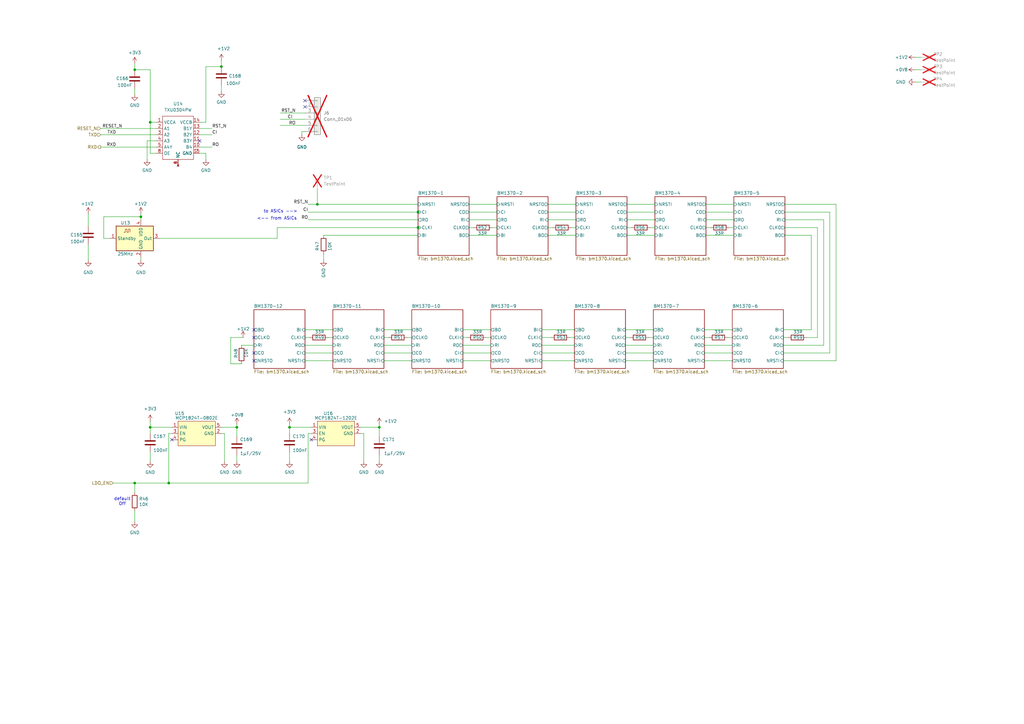
<source format=kicad_sch>
(kicad_sch (version 20250114) (generator "eeschema") (generator_version "9.0")
  (paper "A3")
  (title_block (title "PC-AXE") (company "Author: Aadhi M"))
  (lib_symbols
    (symbol "Connector:TestPoint" (pin_numbers (hide yes)) (pin_names (offset 0.762) (hide yes))
      (property "Reference" "TP" (at 0 6.858 0))
      (property "Value" "TestPoint" (at 0 5.08 0))
      (symbol "TestPoint_0_1"
        (circle (center 0 3.302) (radius 0.762))
      )
      (symbol "TestPoint_1_1"
        (pin passive line (at 0 0 90) (length 2.54) (name "1") (number "1"))
      )
    )
    (symbol "Connector_Generic:Conn_01x06" (pin_names (offset 1.016) (hide yes))
      (property "Reference" "J" (at 0 7.62 0))
      (property "Value" "Conn_01x06" (at 0 -10.16 0))
      (symbol "Conn_01x06_1_1"
        (rectangle (start -1.27 6.35) (end 1.27 -8.89) (stroke (width 0.254)) (fill (type background)))
        (rectangle (start -1.27 5.207) (end 0 4.953) (stroke (width 0.1524)))
        (rectangle (start -1.27 2.667) (end 0 2.413) (stroke (width 0.1524)))
        (rectangle (start -1.27 0.127) (end 0 -0.127) (stroke (width 0.1524)))
        (rectangle (start -1.27 -2.413) (end 0 -2.667) (stroke (width 0.1524)))
        (rectangle (start -1.27 -4.953) (end 0 -5.207) (stroke (width 0.1524)))
        (rectangle (start -1.27 -7.493) (end 0 -7.747) (stroke (width 0.1524)))
        (pin passive line (at -5.08 5.08 0) (length 3.81) (name "Pin_1") (number "1"))
        (pin passive line (at -5.08 2.54 0) (length 3.81) (name "Pin_2") (number "2"))
        (pin passive line (at -5.08 0 0) (length 3.81) (name "Pin_3") (number "3"))
        (pin passive line (at -5.08 -2.54 0) (length 3.81) (name "Pin_4") (number "4"))
        (pin passive line (at -5.08 -5.08 0) (length 3.81) (name "Pin_5") (number "5"))
        (pin passive line (at -5.08 -7.62 0) (length 3.81) (name "Pin_6") (number "6"))
      )
    )
    (symbol "Device:C" (pin_numbers (hide yes)) (pin_names (offset 0.254))
      (property "Reference" "C" (at 0.635 2.54 0))
      (property "Value" "C" (at 0.635 -2.54 0))
      (symbol "C_0_1"
        (polyline (pts (xy -2.032 0.762) (xy 2.032 0.762)) (stroke (width 0.508)))
        (polyline (pts (xy -2.032 -0.762) (xy 2.032 -0.762)) (stroke (width 0.508)))
      )
      (symbol "C_1_1"
        (pin passive line (at 0 3.81 270) (length 2.794) (name "~") (number "1"))
        (pin passive line (at 0 -3.81 90) (length 2.794) (name "~") (number "2"))
      )
    )
    (symbol "Device:R" (pin_numbers (hide yes)) (pin_names (offset 0))
      (property "Reference" "R" (at 2.032 0 90))
      (property "Value" "R" (at 0 0 90))
      (symbol "R_0_1"
        (rectangle (start -1.016 -2.54) (end 1.016 2.54) (stroke (width 0.254)))
      )
      (symbol "R_1_1"
        (pin passive line (at 0 3.81 270) (length 1.27) (name "~") (number "1"))
        (pin passive line (at 0 -3.81 90) (length 1.27) (name "~") (number "2"))
      )
    )
    (symbol "GND_2" (power) (pin_names (offset 0))
      (property "Value" "GND_2" (at 0 -3.81 0))
      (symbol "GND_2_0_1"
        (polyline (pts (xy 0 0) (xy 0 -1.27) (xy 1.27 -1.27) (xy 0 -2.54) (xy -1.27 -1.27) (xy 0 -1.27)))
      )
      (symbol "GND_2_1_1"
        (pin power_in line (at 0 0 270) (length 0) (hide yes) (name "GND") (number "1"))
      )
    )
    (symbol "GND_3" (power) (pin_names (offset 0))
      (property "Value" "GND_3" (at 0 -3.81 0))
      (symbol "GND_3_0_1"
        (polyline (pts (xy 0 0) (xy 0 -1.27) (xy 1.27 -1.27) (xy 0 -2.54) (xy -1.27 -1.27) (xy 0 -1.27)))
      )
      (symbol "GND_3_1_1"
        (pin power_in line (at 0 0 270) (length 0) (hide yes) (name "GND") (number "1"))
      )
    )
    (symbol "GND_4" (power) (pin_names (offset 0))
      (property "Value" "GND_4" (at 0 -3.81 0))
      (symbol "GND_4_0_1"
        (polyline (pts (xy 0 0) (xy 0 -1.27) (xy 1.27 -1.27) (xy 0 -2.54) (xy -1.27 -1.27) (xy 0 -1.27)))
      )
      (symbol "GND_4_1_1"
        (pin power_in line (at 0 0 270) (length 0) (hide yes) (name "GND") (number "1"))
      )
    )
    (symbol "GND_5" (power) (pin_names (offset 0))
      (property "Value" "GND_5" (at 0 -3.81 0))
      (symbol "GND_5_0_1"
        (polyline (pts (xy 0 0) (xy 0 -1.27) (xy 1.27 -1.27) (xy 0 -2.54) (xy -1.27 -1.27) (xy 0 -1.27)))
      )
      (symbol "GND_5_1_1"
        (pin power_in line (at 0 0 270) (length 0) (hide yes) (name "GND") (number "1"))
      )
    )
    (symbol "GND_8" (power) (pin_names (offset 0))
      (property "Value" "GND_8" (at 0 -3.81 0))
      (symbol "GND_8_0_1"
        (polyline (pts (xy 0 0) (xy 0 -1.27) (xy 1.27 -1.27) (xy 0 -2.54) (xy -1.27 -1.27) (xy 0 -1.27)))
      )
      (symbol "GND_8_1_1"
        (pin power_in line (at 0 0 270) (length 0) (hide yes) (name "GND") (number "1"))
      )
    )
    (symbol "MCP1824_1"
      (property "Reference" "U4" (at -6.985 6.985 0))
      (property "Value" "MCP1824T-0802E" (at 0 5.08 0))
      (symbol "MCP1824_1_0_1"
        (rectangle (start -7.62 3.81) (end 7.62 -6.35) (stroke (width 0.1524)) (fill (type background)))
      )
      (symbol "MCP1824_1_1_0"
        (pin power_in line (at -10.16 1.27 0) (length 2.54) (name "VIN") (number "1"))
        (pin input line (at -10.16 -1.27 0) (length 2.54) (name "EN") (number "3"))
        (pin bidirectional line (at -10.16 -3.81 0) (length 2.54) (name "PG") (number "4"))
        (pin power_out line (at 10.16 1.27 180) (length 2.54) (name "VOUT") (number "5"))
        (pin power_in line (at 10.16 -1.27 180) (length 2.54) (name "GND") (number "2"))
      )
    )
    (symbol "Oscillator:ASDMB-xxxMHz"
      (property "Reference" "U" (at -6.35 6.35 0))
      (property "Value" "ASDMB-xxxMHz" (at 11.43 6.35 0))
      (symbol "ASDMB-xxxMHz_1_1"
        (rectangle (start -7.62 5.08) (end 7.62 -5.08) (stroke (width 0.254)) (fill (type background)))
        (polyline (pts (xy -4.445 2.54) (xy -3.81 2.54) (xy -3.81 3.81) (xy -3.175 3.81) (xy -3.175 2.54) (xy -2.54 2.54) (xy -2.54 3.81) (xy -1.905 3.81) (xy -1.905 2.54)))
        (pin input line (at -10.16 0 0) (length 2.54) (name "Standby") (number "1"))
        (pin power_in line (at 2.54 7.62 270) (length 2.54) (name "VDD") (number "4"))
        (pin power_in line (at 2.54 -7.62 90) (length 2.54) (name "GND") (number "2"))
        (pin output line (at 10.16 0 180) (length 2.54) (name "Out") (number "3"))
      )
    )
    (symbol "bitaxe:MCP1824"
      (property "Reference" "U7" (at -3.175 6.985 0))
      (property "Value" "MCP1824T-1802E" (at 0 5.08 0))
      (symbol "MCP1824_0_1"
        (rectangle (start -7.62 3.81) (end 7.62 -6.35) (stroke (width 0.1524)) (fill (type background)))
      )
      (symbol "MCP1824_1_0"
        (pin power_in line (at -10.16 1.27 0) (length 2.54) (name "VIN") (number "1"))
        (pin input line (at -10.16 -1.27 0) (length 2.54) (name "EN") (number "3"))
        (pin bidirectional line (at -10.16 -3.81 0) (length 2.54) (name "PG") (number "4"))
        (pin power_out line (at 10.16 1.27 180) (length 2.54) (name "VOUT") (number "5"))
        (pin power_in line (at 10.16 -1.27 180) (length 2.54) (name "GND") (number "2"))
      )
    )
    (symbol "mylib7:+0V8" (power) (exclude_from_sim yes) (in_bom no) (on_board no)
      (property "Value" "+0V8" (at 0 3.175 90))
      (symbol "+0V8_0_1"
        (polyline (pts (xy -0.762 1.27) (xy 0 2.54)))
        (polyline (pts (xy 0 2.54) (xy 0.762 1.27)))
        (polyline (pts (xy 0 0) (xy 0 2.54)))
      )
      (symbol "+0V8_1_1"
        (pin power_in line (at 0 0 90) (length 0) (hide yes) (name "+0V8") (number "1"))
      )
    )
    (symbol "mylib7:TXU0304"
      (property "Reference" "U26" (at -1.27 12.7 0))
      (property "Value" "TXU0304PW" (at -1.27 10.16 0))
      (symbol "TXU0304_0_1"
        (rectangle (start -7.62 7.62) (end 5.08 -10.16))
      )
      (symbol "TXU0304_1_1"
        (pin power_in line (at -10.16 5.08 0) (length 2.54) (name "VCCA") (number "1"))
        (pin input line (at -10.16 2.54 0) (length 2.54) (name "A1") (number "2"))
        (pin input line (at -10.16 0 0) (length 2.54) (name "A2") (number "3"))
        (pin input line (at -10.16 -2.54 0) (length 2.54) (name "A3") (number "4"))
        (pin output line (at -10.16 -5.08 0) (length 2.54) (name "A4Y") (number "5"))
        (pin input line (at -10.16 -7.62 0) (length 2.54) (name "OE") (number "8"))
        (pin no_connect line (at -1.27 -12.7 90) (length 2.54) (name "NC") (number "6"))
        (pin no_connect line (at -1.27 -12.7 90) (length 2.54) (name "NC") (number "9"))
        (pin power_in line (at 7.62 5.08 180) (length 2.54) (name "VCCB") (number "14"))
        (pin output line (at 7.62 2.54 180) (length 2.54) (name "B1Y") (number "13"))
        (pin output line (at 7.62 0 180) (length 2.54) (name "B2Y") (number "12"))
        (pin output line (at 7.62 -2.54 180) (length 2.54) (name "B3Y") (number "11"))
        (pin input line (at 7.62 -5.08 180) (length 2.54) (name "B4") (number "10"))
        (pin passive line (at 7.62 -7.62 180) (length 2.54) (name "GND") (number "15"))
        (pin passive line (at 7.62 -7.62 180) (length 2.54) (name "GND") (number "7"))
      )
    )
    (symbol "power:+1V2" (power) (pin_numbers (hide yes)) (pin_names (offset 0) (hide yes))
      (property "Value" "+1V2" (at 0 3.556 0))
      (symbol "+1V2_0_1"
        (polyline (pts (xy -0.762 1.27) (xy 0 2.54)))
        (polyline (pts (xy 0 2.54) (xy 0.762 1.27)))
        (polyline (pts (xy 0 0) (xy 0 2.54)))
      )
      (symbol "+1V2_1_1"
        (pin power_in line (at 0 0 90) (length 0) (name "~") (number "1"))
      )
    )
    (symbol "power:+3V3" (power) (pin_names (offset 0))
      (property "Value" "+3V3" (at 0 3.556 0))
      (symbol "+3V3_0_1"
        (polyline (pts (xy -0.762 1.27) (xy 0 2.54)))
        (polyline (pts (xy 0 2.54) (xy 0.762 1.27)))
        (polyline (pts (xy 0 0) (xy 0 2.54)))
      )
      (symbol "+3V3_1_1"
        (pin power_in line (at 0 0 90) (length 0) (hide yes) (name "+3V3") (number "1"))
      )
    )
    (symbol "power:GND" (power) (pin_names (offset 0))
      (property "Value" "GND" (at 0 -3.81 0))
      (symbol "GND_0_1"
        (polyline (pts (xy 0 0) (xy 0 -1.27) (xy 1.27 -1.27) (xy 0 -2.54) (xy -1.27 -1.27) (xy 0 -1.27)))
      )
      (symbol "GND_1_1"
        (pin power_in line (at 0 0 270) (length 0) (hide yes) (name "GND") (number "1"))
      )
    )
  )
  (text "default\nOff" (at 50.165 205.74 0) (effects (font (size 1.27 1.27))))
  (text "<-- from ASICs" (at 121.793 89.662 0) (effects (font (size 1.27 1.27)) (justify right)))
  (text "to ASICs -->" (at 108.077 86.741 0) (effects (font (size 1.27 1.27)) (justify left)))
  (junction (at 97.155 175.26) (diameter 0.9144))
  (junction (at 61.595 175.26) (diameter 0.9144))
  (junction (at 55.245 28.575))
  (junction (at 118.745 175.26) (diameter 0.9144))
  (junction (at 69.215 198.12))
  (junction (at 61.595 50.165))
  (junction (at 57.785 88.9))
  (junction (at 130.175 83.82))
  (junction (at 55.245 198.12))
  (junction (at 90.805 27.305))
  (junction (at 171.45 93.345))
  (junction (at 171.45 86.995))
  (junction (at 155.575 175.26))
  (no_connect (at 104.14 135.255))
  (no_connect (at 125.095 41.275))
  (no_connect (at 125.095 43.815))
  (no_connect (at 127.635 180.34))
  (no_connect (at 104.14 138.43))
  (no_connect (at 81.915 57.785))
  (no_connect (at 104.14 147.955))
  (no_connect (at 104.14 144.78))
  (no_connect (at 70.485 180.34))
  (wire (pts (xy 55.245 36.195) (xy 55.245 38.735)))
  (wire (pts (xy 136.525 141.605) (xy 125.095 141.605)))
  (wire (pts (xy 94.615 149.225) (xy 94.615 138.43)))
  (wire (pts (xy 257.175 83.82) (xy 268.605 83.82)))
  (wire (pts (xy 222.25 147.955) (xy 235.585 147.955)))
  (wire (pts (xy 118.745 173.99) (xy 118.745 175.26)))
  (wire (pts (xy 234.315 93.345) (xy 236.22 93.345)))
  (wire (pts (xy 222.25 138.43) (xy 226.06 138.43)))
  (wire (pts (xy 289.56 90.17) (xy 300.99 90.17)))
  (wire (pts (xy 90.805 24.765) (xy 90.805 27.305)))
  (wire (pts (xy 61.595 172.72) (xy 61.595 175.26)))
  (wire (pts (xy 330.835 138.43) (xy 335.28 138.43)))
  (wire (pts (xy 127 138.43) (xy 125.095 138.43)))
  (wire (pts (xy 114.935 51.435) (xy 125.095 51.435)))
  (wire (pts (xy 57.785 88.9) (xy 57.785 90.17)))
  (wire (pts (xy 61.595 50.165) (xy 64.135 50.165)))
  (wire (pts (xy 42.545 97.79) (xy 45.085 97.79)))
  (wire (pts (xy 192.405 90.17) (xy 203.835 90.17)))
  (wire (pts (xy 84.455 27.305) (xy 90.805 27.305)))
  (wire (pts (xy 114.935 46.355) (xy 125.095 46.355)))
  (wire (pts (xy 192.405 96.52) (xy 203.835 96.52)))
  (wire (pts (xy 224.79 86.995) (xy 236.22 86.995)))
  (wire (pts (xy 97.155 186.69) (xy 97.155 189.23)))
  (wire (pts (xy 99.06 141.605) (xy 104.14 141.605)))
  (wire (pts (xy 375.285 28.575) (xy 377.825 28.575)))
  (wire (pts (xy 132.715 104.14) (xy 132.715 106.68)))
  (wire (pts (xy 97.155 173.99) (xy 97.155 175.26)))
  (wire (pts (xy 224.79 96.52) (xy 236.22 96.52)))
  (wire (pts (xy 335.28 93.345) (xy 335.28 138.43)))
  (wire (pts (xy 192.405 93.345) (xy 194.31 93.345)))
  (wire (pts (xy 136.525 147.955) (xy 125.095 147.955)))
  (wire (pts (xy 267.97 135.255) (xy 256.54 135.255)))
  (wire (pts (xy 113.665 93.345) (xy 171.45 93.345)))
  (wire (pts (xy 290.83 138.43) (xy 288.925 138.43)))
  (wire (pts (xy 192.405 86.995) (xy 203.835 86.995)))
  (wire (pts (xy 189.865 141.605) (xy 201.295 141.605)))
  (wire (pts (xy 149.225 177.8) (xy 149.225 189.23)))
  (wire (pts (xy 84.455 27.305) (xy 84.455 50.165)))
  (wire (pts (xy 55.245 26.035) (xy 55.245 28.575)))
  (wire (pts (xy 130.175 77.47) (xy 130.175 83.82)))
  (wire (pts (xy 340.36 86.995) (xy 340.36 144.78)))
  (wire (pts (xy 118.745 185.42) (xy 118.745 189.23)))
  (wire (pts (xy 267.97 141.605) (xy 256.54 141.605)))
  (wire (pts (xy 130.175 83.82) (xy 171.45 83.82)))
  (wire (pts (xy 64.135 62.865) (xy 61.595 62.865)))
  (wire (pts (xy 41.275 55.245) (xy 64.135 55.245)))
  (wire (pts (xy 86.995 55.245) (xy 81.915 55.245)))
  (wire (pts (xy 57.785 105.41) (xy 57.785 106.68)))
  (wire (pts (xy 42.545 88.9) (xy 42.545 97.79)))
  (wire (pts (xy 81.915 62.865) (xy 84.455 62.865)))
  (wire (pts (xy 55.245 198.12) (xy 55.245 201.93)))
  (wire (pts (xy 60.325 65.405) (xy 60.325 57.785)))
  (wire (pts (xy 189.865 135.255) (xy 201.295 135.255)))
  (wire (pts (xy 86.995 60.325) (xy 81.915 60.325)))
  (wire (pts (xy 136.525 144.78) (xy 125.095 144.78)))
  (wire (pts (xy 222.25 144.78) (xy 235.585 144.78)))
  (wire (pts (xy 189.865 147.955) (xy 201.295 147.955)))
  (wire (pts (xy 65.405 97.79) (xy 113.665 97.79)))
  (wire (pts (xy 84.455 50.165) (xy 81.915 50.165)))
  (wire (pts (xy 70.485 177.8) (xy 69.215 177.8)))
  (wire (pts (xy 299.085 93.345) (xy 300.99 93.345)))
  (wire (pts (xy 321.31 141.605) (xy 337.82 141.605)))
  (wire (pts (xy 126.365 177.8) (xy 126.365 198.12)))
  (wire (pts (xy 171.45 86.995) (xy 172.085 86.995)))
  (wire (pts (xy 94.615 149.225) (xy 99.06 149.225)))
  (wire (pts (xy 321.31 147.955) (xy 342.9 147.955)))
  (wire (pts (xy 300.355 147.955) (xy 288.925 147.955)))
  (wire (pts (xy 55.245 209.55) (xy 55.245 213.995)))
  (wire (pts (xy 92.075 177.8) (xy 92.075 189.23)))
  (wire (pts (xy 41.275 52.705) (xy 64.135 52.705)))
  (wire (pts (xy 168.91 144.78) (xy 157.48 144.78)))
  (wire (pts (xy 267.97 147.955) (xy 256.54 147.955)))
  (wire (pts (xy 375.285 33.655) (xy 377.825 33.655)))
  (wire (pts (xy 126.365 86.995) (xy 171.45 86.995)))
  (wire (pts (xy 235.585 138.43) (xy 233.68 138.43)))
  (wire (pts (xy 337.82 90.17) (xy 337.82 141.605)))
  (wire (pts (xy 61.595 28.575) (xy 55.245 28.575)))
  (wire (pts (xy 61.595 28.575) (xy 61.595 50.165)))
  (wire (pts (xy 300.355 144.78) (xy 288.925 144.78)))
  (wire (pts (xy 86.995 52.705) (xy 81.915 52.705)))
  (wire (pts (xy 300.355 141.605) (xy 288.925 141.605)))
  (wire (pts (xy 41.275 60.325) (xy 64.135 60.325)))
  (wire (pts (xy 342.9 83.82) (xy 321.945 83.82)))
  (wire (pts (xy 60.325 57.785) (xy 64.135 57.785)))
  (wire (pts (xy 55.245 198.12) (xy 69.215 198.12)))
  (wire (pts (xy 332.74 96.52) (xy 332.74 135.255)))
  (wire (pts (xy 257.175 93.345) (xy 259.08 93.345)))
  (wire (pts (xy 46.355 198.12) (xy 55.245 198.12)))
  (wire (pts (xy 321.31 144.78) (xy 340.36 144.78)))
  (wire (pts (xy 118.745 175.26) (xy 118.745 177.8)))
  (wire (pts (xy 257.175 96.52) (xy 268.605 96.52)))
  (wire (pts (xy 147.955 175.26) (xy 155.575 175.26)))
  (wire (pts (xy 342.9 83.82) (xy 342.9 147.955)))
  (wire (pts (xy 57.785 87.63) (xy 57.785 88.9)))
  (wire (pts (xy 123.825 55.245) (xy 123.825 53.975)))
  (wire (pts (xy 289.56 96.52) (xy 300.99 96.52)))
  (wire (pts (xy 90.805 175.26) (xy 97.155 175.26)))
  (wire (pts (xy 69.215 198.12) (xy 126.365 198.12)))
  (wire (pts (xy 289.56 86.995) (xy 300.99 86.995)))
  (wire (pts (xy 337.82 90.17) (xy 321.945 90.17)))
  (wire (pts (xy 136.525 138.43) (xy 134.62 138.43)))
  (wire (pts (xy 332.74 135.255) (xy 321.31 135.255)))
  (wire (pts (xy 114.935 48.895) (xy 125.095 48.895)))
  (wire (pts (xy 123.825 53.975) (xy 125.095 53.975)))
  (wire (pts (xy 36.195 100.33) (xy 36.195 106.68)))
  (wire (pts (xy 92.075 177.8) (xy 90.805 177.8)))
  (wire (pts (xy 61.595 175.26) (xy 70.485 175.26)))
  (wire (pts (xy 61.595 175.26) (xy 61.595 177.8)))
  (wire (pts (xy 36.195 87.63) (xy 36.195 92.71)))
  (wire (pts (xy 84.455 62.865) (xy 84.455 65.405)))
  (wire (pts (xy 300.355 135.255) (xy 288.925 135.255)))
  (wire (pts (xy 289.56 83.82) (xy 300.99 83.82)))
  (wire (pts (xy 257.175 90.17) (xy 268.605 90.17)))
  (wire (pts (xy 189.865 144.78) (xy 201.295 144.78)))
  (wire (pts (xy 171.45 93.345) (xy 172.085 93.345)))
  (wire (pts (xy 335.28 93.345) (xy 321.945 93.345)))
  (wire (pts (xy 267.97 144.78) (xy 256.54 144.78)))
  (wire (pts (xy 201.295 138.43) (xy 199.39 138.43)))
  (wire (pts (xy 61.595 185.42) (xy 61.595 189.23)))
  (wire (pts (xy 94.615 138.43) (xy 99.695 138.43)))
  (wire (pts (xy 168.91 141.605) (xy 157.48 141.605)))
  (wire (pts (xy 168.91 138.43) (xy 167.005 138.43)))
  (wire (pts (xy 224.79 83.82) (xy 236.22 83.82)))
  (wire (pts (xy 159.385 138.43) (xy 157.48 138.43)))
  (wire (pts (xy 222.25 141.605) (xy 235.585 141.605)))
  (wire (pts (xy 168.91 135.255) (xy 157.48 135.255)))
  (wire (pts (xy 201.93 93.345) (xy 203.835 93.345)))
  (wire (pts (xy 118.745 175.26) (xy 127.635 175.26)))
  (wire (pts (xy 332.74 96.52) (xy 321.945 96.52)))
  (wire (pts (xy 113.665 97.79) (xy 113.665 93.345)))
  (wire (pts (xy 155.575 173.99) (xy 155.575 175.26)))
  (wire (pts (xy 192.405 83.82) (xy 203.835 83.82)))
  (wire (pts (xy 126.365 83.82) (xy 130.175 83.82)))
  (wire (pts (xy 340.36 86.995) (xy 321.945 86.995)))
  (wire (pts (xy 266.7 93.345) (xy 268.605 93.345)))
  (wire (pts (xy 132.715 96.52) (xy 171.45 96.52)))
  (wire (pts (xy 57.785 88.9) (xy 42.545 88.9)))
  (wire (pts (xy 126.365 90.17) (xy 171.45 90.17)))
  (wire (pts (xy 258.445 138.43) (xy 256.54 138.43)))
  (wire (pts (xy 375.285 23.495) (xy 377.825 23.495)))
  (wire (pts (xy 289.56 93.345) (xy 291.465 93.345)))
  (wire (pts (xy 323.215 138.43) (xy 321.31 138.43)))
  (wire (pts (xy 69.215 177.8) (xy 69.215 198.12)))
  (wire (pts (xy 189.865 138.43) (xy 191.77 138.43)))
  (wire (pts (xy 136.525 135.255) (xy 125.095 135.255)))
  (wire (pts (xy 267.97 138.43) (xy 266.065 138.43)))
  (wire (pts (xy 97.155 175.26) (xy 97.155 179.07)))
  (wire (pts (xy 168.91 147.955) (xy 157.48 147.955)))
  (wire (pts (xy 222.25 135.255) (xy 235.585 135.255)))
  (wire (pts (xy 61.595 62.865) (xy 61.595 50.165)))
  (wire (pts (xy 224.79 93.345) (xy 226.695 93.345)))
  (wire (pts (xy 300.355 138.43) (xy 298.45 138.43)))
  (wire (pts (xy 155.575 175.26) (xy 155.575 179.07)))
  (wire (pts (xy 90.805 34.925) (xy 90.805 37.465)))
  (wire (pts (xy 257.175 86.995) (xy 268.605 86.995)))
  (wire (pts (xy 126.365 177.8) (xy 127.635 177.8)))
  (wire (pts (xy 149.225 177.8) (xy 147.955 177.8)))
  (wire (pts (xy 155.575 186.69) (xy 155.575 189.23)))
  (wire (pts (xy 224.79 90.17) (xy 236.22 90.17)))
  (label "RO" (at 121.285 51.435 180))
  (label "RST_N" (at 126.365 83.82 180))
  (label "RO" (at 126.365 90.17 180))
  (label "CI" (at 126.365 86.995 180))
  (label "RESET_N" (at 50.165 52.705 180))
  (label "TXD" (at 47.625 55.245 180))
  (label "CI" (at 86.995 55.245 0))
  (label "RST_N" (at 86.995 52.705 0))
  (label "RST_N" (at 121.285 46.355 180))
  (label "CI" (at 120.015 48.895 180))
  (label "RO" (at 86.995 60.325 0))
  (label "RXD" (at 47.625 60.325 180))
  (hierarchical_label "LDO_EN" (shape input) (at 46.355 198.12 180))
  (hierarchical_label "TXD" (shape input) (at 41.275 55.245 180))
  (hierarchical_label "RXD" (shape output) (at 41.275 60.325 180))
  (hierarchical_label "RESET_N" (shape input) (at 41.275 52.705 180))
  (symbol (lib_id "Oscillator:ASDMB-xxxMHz") (at 55.245 97.79 0) (unit 1)
    (property "Reference" "U13" (at 51.435 91.44 0))
    (property "Value" "25MHz" (at 51.435 104.14 0))
    (property "Footprint" "Oscillator:Oscillator_SMD_EuroQuartz_XO32-4Pin_3.2x2.5mm" (effects (hide yes)))
    (property "Datasheet" "https://portal.iqdfrequencyproducts.com/products/pn/LFSPXO076024Reel.pdf" (effects (hide yes)))
    (property "P/N DIGIKEY" "1923-1664-1-ND" (effects (hide yes)))
    (property "Manufacturer" "LFSPXO076024Reel" (effects (hide yes)))
    (property "P/N MOUSER" "449-LFSPXO076024REEL" (effects (hide yes)))
  )
  (symbol (lib_id "Device:R") (at 55.245 205.74 0) (unit 1)
    (property "Reference" "R46" (at 57.023 204.5716 0) (effects (justify left)))
    (property "Value" "10K" (at 57.023 206.883 0) (effects (justify left)))
    (property "Footprint" "Resistor_SMD:R_0805_2012Metric" (effects (hide yes)))
    (property "Manufacturer" "CRGCQ0805F10K" (effects (hide yes)))
    (property "P/N MOUSER" "279-CRGCQ0805F10K" (effects (hide yes)))
  )
  (symbol (lib_id "Connector:TestPoint") (at 377.825 23.495 270) (unit 1) (dnp yes)
    (property "Reference" "TP2" (at 382.905 22.2249 90) (effects (justify left)))
    (property "Value" "TestPoint" (at 382.905 24.7649 90) (effects (justify left)))
    (property "Footprint" "TestPoint:TestPoint_Pad_D1.0mm" (effects (hide yes)))
    (property "Description" "test point" (effects (hide yes)))
  )
  (symbol (lib_id "Device:R") (at 195.58 138.43 270) (mirror x) (unit 1)
    (property "Reference" "R50" (at 195.834 138.43 90))
    (property "Value" "33R" (at 195.834 136.144 90))
    (property "Footprint" "Resistor_SMD:R_0402_1005Metric_Pad0.72x0.64mm_HandSolder" (effects (hide yes)))
    (property "Manufacturer" "CR0402-FX-33R0GLF" (effects (hide yes)))
    (property "P/N MOUSER" "652-CR0402FX-33R0GLF" (effects (hide yes)))
  )
  (symbol (lib_id "Connector_Generic:Conn_01x06") (at 130.175 46.355 0) (unit 1) (in_bom no) (dnp yes)
    (property "Reference" "J6" (at 132.715 46.355 0) (effects (justify left)))
    (property "Value" "Conn_01x06" (at 132.715 48.895 0) (effects (justify left)))
    (property "Footprint" "Connector_PinHeader_1.27mm:PinHeader_1x06_P1.27mm_Vertical" (effects (hide yes)))
  )
  (symbol (lib_id "Device:R") (at 99.06 145.415 0) (unit 1)
    (property "Reference" "R48" (at 96.774 144.907 90))
    (property "Value" "10K" (at 100.965 144.78 90))
    (property "Footprint" "Resistor_SMD:R_0805_2012Metric" (effects (hide yes)))
    (property "Manufacturer" "CRGCQ0805F10K" (effects (hide yes)))
    (property "P/N MOUSER" "279-CRGCQ0805F10K" (effects (hide yes)))
  )
  (symbol (lib_name "GND_2") (lib_id "power:GND") (at 36.195 106.68 0) (unit 1)
    (property "Reference" "#PWR0180" (effects (hide yes)))
    (property "Value" "GND" (at 36.195 111.76 0))
  )
  (symbol (lib_name "MCP1824_1") (lib_id "bitaxe:MCP1824") (at 80.645 176.53 0) (unit 1)
    (property "Reference" "U15" (at 73.66 169.545 0))
    (property "Value" "MCP1824T-0802E" (at 80.645 171.45 0))
    (property "Footprint" "Package_TO_SOT_SMD:SOT-23-5" (effects (hide yes)))
    (property "Datasheet" "https://ww1.microchip.com/downloads/en/DeviceDoc/22070a.pdf" (effects (hide yes)))
    (property "Manufacturer" "MCP1824T-0802E/OT" (effects (hide yes)))
    (property "P/N DIGIKEY" "MCP1824T-0802E/OTCT-ND" (effects (hide yes)))
    (property "P/N MOUSER" "579-MCP1824T-0802EOT" (effects (hide yes)))
  )
  (symbol (lib_name "GND_5") (lib_id "power:GND") (at 84.455 65.405 0) (mirror y) (unit 1)
    (property "Reference" "#PWR0189" (effects (hide yes)))
    (property "Value" "GND" (at 84.455 69.85 0))
  )
  (symbol (lib_id "Device:C") (at 97.155 182.88 0) (unit 1)
    (property "Reference" "C169" (at 98.425 180.975 0) (effects (justify left bottom)))
    (property "Value" "1µF/25V" (at 98.425 186.69 0) (effects (justify left bottom)))
    (property "Footprint" "Capacitor_SMD:C_0805_2012Metric" (effects (hide yes)))
    (property "Manufacturer" "CL21B105KAFNNNE" (effects (hide yes)))
    (property "P/N MOUSER" "187-CL21B105KAFNNNE" (effects (hide yes)))
  )
  (symbol (lib_id "Connector:TestPoint") (at 377.825 33.655 270) (unit 1) (dnp yes)
    (property "Reference" "TP4" (at 382.905 32.3849 90) (effects (justify left)))
    (property "Value" "TestPoint" (at 382.905 34.9249 90) (effects (justify left)))
    (property "Footprint" "TestPoint:TestPoint_Pad_D1.0mm" (effects (hide yes)))
    (property "Description" "test point" (effects (hide yes)))
  )
  (symbol (lib_id "Device:R") (at 327.025 138.43 270) (mirror x) (unit 1)
    (property "Reference" "R59" (at 327.279 138.43 90))
    (property "Value" "33R" (at 327.279 136.144 90))
    (property "Footprint" "Resistor_SMD:R_0402_1005Metric_Pad0.72x0.64mm_HandSolder" (effects (hide yes)))
    (property "Manufacturer" "CR0402-FX-33R0GLF" (effects (hide yes)))
    (property "P/N MOUSER" "652-CR0402FX-33R0GLF" (effects (hide yes)))
  )
  (symbol (lib_id "Device:C") (at 55.245 32.385 0) (unit 1)
    (property "Reference" "C166" (at 47.625 32.893 0) (effects (justify left bottom)))
    (property "Value" "100nF" (at 48.133 35.687 0) (effects (justify left bottom)))
    (property "Footprint" "Capacitor_SMD:C_0805_2012Metric" (effects (hide yes)))
    (property "Manufacturer" "0805B104M101CT" (effects (hide yes)))
    (property "P/N DIGIKEY" "311-3037-1-ND" (effects (hide yes)))
    (property "P/N MOUSER" "791-0805B104M101CT" (effects (hide yes)))
  )
  (symbol (lib_name "GND_5") (lib_id "power:GND") (at 60.325 65.405 0) (mirror y) (unit 1)
    (property "Reference" "#PWR0186" (effects (hide yes)))
    (property "Value" "GND" (at 60.325 69.85 0))
  )
  (symbol (lib_name "GND_4") (lib_id "power:GND") (at 132.715 106.68 0) (unit 1)
    (property "Reference" "#PWR0197" (effects (hide yes)))
    (property "Value" "GND" (at 132.715 109.855 90) (effects (justify right)))
  )
  (symbol (lib_id "power:+1V2") (at 57.785 87.63 0) (unit 1)
    (property "Reference" "#PWR0184" (effects (hide yes)))
    (property "Value" "+1V2" (at 54.991 83.566 0) (effects (justify left)))
    (property "Description" "Power symbol creates a global label with name \"+1V2\"" (effects (hide yes)))
  )
  (symbol (lib_id "power:GND") (at 55.245 38.735 0) (mirror y) (unit 1)
    (property "Reference" "#PWR0182" (effects (hide yes)))
    (property "Value" "GND" (at 55.245 43.18 0))
  )
  (symbol (lib_id "power:GND") (at 61.595 189.23 0) (mirror y) (unit 1)
    (property "Reference" "#PWR0188" (effects (hide yes)))
    (property "Value" "GND" (at 61.595 193.675 0))
  )
  (symbol (lib_id "power:+1V2") (at 90.805 24.765 0) (unit 1)
    (property "Reference" "#PWR0190" (effects (hide yes)))
    (property "Value" "+1V2" (at 89.027 19.939 0) (effects (justify left)))
    (property "Description" "Power symbol creates a global label with name \"+1V2\"" (effects (hide yes)))
  )
  (symbol (lib_id "Device:C") (at 61.595 181.61 0) (unit 1)
    (property "Reference" "C167" (at 62.865 179.705 0) (effects (justify left bottom)))
    (property "Value" "100nF" (at 62.865 185.42 0) (effects (justify left bottom)))
    (property "Footprint" "Capacitor_SMD:C_0805_2012Metric" (effects (hide yes)))
    (property "Manufacturer" "0805B104M101CT" (effects (hide yes)))
    (property "P/N DIGIKEY" "311-3037-1-ND" (effects (hide yes)))
    (property "P/N MOUSER" "791-0805B104M101CT" (effects (hide yes)))
  )
  (symbol (lib_id "power:+1V2") (at 36.195 87.63 0) (unit 1)
    (property "Reference" "#PWR0179" (effects (hide yes)))
    (property "Value" "+1V2" (at 33.147 83.566 0) (effects (justify left)))
    (property "Description" "Power symbol creates a global label with name \"+1V2\"" (effects (hide yes)))
  )
  (symbol (lib_id "power:+1V2") (at 155.575 173.99 0) (unit 1)
    (property "Reference" "#PWR0200" (effects (hide yes)))
    (property "Value" "+1V2" (at 157.48 172.7199 0) (effects (justify left)))
    (property "Description" "Power symbol creates a global label with name \"+1V2\"" (effects (hide yes)))
  )
  (symbol (lib_id "Device:C") (at 155.575 182.88 0) (unit 1)
    (property "Reference" "C171" (at 156.845 180.975 0) (effects (justify left bottom)))
    (property "Value" "1µF/25V" (at 157.48 186.69 0) (effects (justify left bottom)))
    (property "Footprint" "Capacitor_SMD:C_0805_2012Metric" (effects (hide yes)))
    (property "Manufacturer" "CL21B105KAFNNNE" (effects (hide yes)))
    (property "P/N MOUSER" "187-CL21B105KAFNNNE" (effects (hide yes)))
  )
  (symbol (lib_id "Device:R") (at 132.715 100.33 180) (unit 1)
    (property "Reference" "R47" (at 130.175 100.965 90))
    (property "Value" "10K" (at 135.255 100.965 90))
    (property "Footprint" "Resistor_SMD:R_0805_2012Metric" (effects (hide yes)))
    (property "Manufacturer" "CRGCQ0805F10K" (effects (hide yes)))
    (property "P/N MOUSER" "279-CRGCQ0805F10K" (effects (hide yes)))
  )
  (symbol (lib_name "GND_3") (lib_id "power:GND") (at 57.785 106.68 0) (unit 1)
    (property "Reference" "#PWR0185" (effects (hide yes)))
    (property "Value" "GND" (at 57.785 111.76 0))
  )
  (symbol (lib_id "power:GND") (at 90.805 37.465 0) (mirror y) (unit 1)
    (property "Reference" "#PWR0191" (effects (hide yes)))
    (property "Value" "GND" (at 90.805 41.91 0))
  )
  (symbol (lib_id "Device:R") (at 262.255 138.43 270) (mirror x) (unit 1)
    (property "Reference" "R55" (at 262.509 138.43 90))
    (property "Value" "33R" (at 262.509 136.144 90))
    (property "Footprint" "Resistor_SMD:R_0402_1005Metric_Pad0.72x0.64mm_HandSolder" (effects (hide yes)))
    (property "Manufacturer" "CR0402-FX-33R0GLF" (effects (hide yes)))
    (property "P/N MOUSER" "652-CR0402FX-33R0GLF" (effects (hide yes)))
  )
  (symbol (lib_name "GND_8") (lib_id "power:GND") (at 123.825 55.245 0) (unit 1)
    (property "Reference" "#PWR0196" (effects (hide yes)))
    (property "Value" "GND" (at 123.825 60.325 0))
  )
  (symbol (lib_id "Device:R") (at 229.87 138.43 270) (mirror x) (unit 1)
    (property "Reference" "R53" (at 230.124 138.43 90))
    (property "Value" "33R" (at 230.124 136.144 90))
    (property "Footprint" "Resistor_SMD:R_0402_1005Metric_Pad0.72x0.64mm_HandSolder" (effects (hide yes)))
    (property "Manufacturer" "CR0402-FX-33R0GLF" (effects (hide yes)))
    (property "P/N MOUSER" "652-CR0402FX-33R0GLF" (effects (hide yes)))
  )
  (symbol (lib_id "Device:C") (at 36.195 96.52 0) (unit 1)
    (property "Reference" "C165" (at 28.829 97.028 0) (effects (justify left bottom)))
    (property "Value" "100nF" (at 28.829 99.822 0) (effects (justify left bottom)))
    (property "Footprint" "Capacitor_SMD:C_0805_2012Metric" (effects (hide yes)))
    (property "Manufacturer" "0805B104M101CT" (effects (hide yes)))
    (property "P/N DIGIKEY" "311-3037-1-ND" (effects (hide yes)))
    (property "P/N MOUSER" "791-0805B104M101CT" (effects (hide yes)))
  )
  (symbol (lib_id "power:GND") (at 92.075 189.23 0) (mirror y) (unit 1)
    (property "Reference" "#PWR0192" (effects (hide yes)))
    (property "Value" "GND" (at 92.075 193.675 0))
  )
  (symbol (lib_id "power:GND") (at 118.745 189.23 0) (mirror y) (unit 1)
    (property "Reference" "#PWR0195" (effects (hide yes)))
    (property "Value" "GND" (at 118.745 193.675 0))
  )
  (symbol (lib_id "power:+3V3") (at 55.245 26.035 0) (unit 1)
    (property "Reference" "#PWR0181" (effects (hide yes)))
    (property "Value" "+3V3" (at 55.245 21.59 0))
  )
  (symbol (lib_id "Connector:TestPoint") (at 130.175 77.47 0) (unit 1) (dnp yes)
    (property "Reference" "TP1" (at 132.715 72.8979 0) (effects (justify left)))
    (property "Value" "TestPoint" (at 132.715 75.4379 0) (effects (justify left)))
    (property "Footprint" "TestPoint:TestPoint_Pad_D1.0mm" (effects (hide yes)))
    (property "Description" "test point" (effects (hide yes)))
  )
  (symbol (lib_id "mylib7:+0V8") (at 97.155 173.99 0) (unit 1)
    (property "Reference" "#U01" (effects (hide yes)))
    (property "Value" "+0V8" (at 94.615 170.18 0) (effects (justify left)))
    (property "Distributor" "-" (effects (hide yes)))
  )
  (symbol (lib_id "Device:R") (at 163.195 138.43 270) (mirror x) (unit 1)
    (property "Reference" "R51" (at 163.449 138.43 90))
    (property "Value" "33R" (at 163.449 136.144 90))
    (property "Footprint" "Resistor_SMD:R_0402_1005Metric_Pad0.72x0.64mm_HandSolder" (effects (hide yes)))
    (property "Manufacturer" "CR0402-FX-33R0GLF" (effects (hide yes)))
    (property "P/N MOUSER" "652-CR0402FX-33R0GLF" (effects (hide yes)))
  )
  (symbol (lib_id "mylib7:+0V8") (at 375.285 28.575 90) (unit 1)
    (property "Reference" "#U02" (effects (hide yes)))
    (property "Value" "+0V8" (at 367.03 28.575 90) (effects (justify right)))
    (property "Distributor" "-" (effects (hide yes)))
  )
  (symbol (lib_id "Device:R") (at 198.12 93.345 90) (mirror x) (unit 1)
    (property "Reference" "R52" (at 197.866 93.345 90))
    (property "Value" "33R" (at 197.866 95.631 90))
    (property "Footprint" "Resistor_SMD:R_0402_1005Metric_Pad0.72x0.64mm_HandSolder" (effects (hide yes)))
    (property "Manufacturer" "CR0402-FX-33R0GLF" (effects (hide yes)))
    (property "P/N MOUSER" "652-CR0402FX-33R0GLF" (effects (hide yes)))
  )
  (symbol (lib_id "power:GND") (at 55.245 213.995 0) (mirror y) (unit 1)
    (property "Reference" "#PWR0183" (effects (hide yes)))
    (property "Value" "GND" (at 55.245 218.44 0))
  )
  (symbol (lib_id "power:+1V2") (at 99.695 138.43 0) (unit 1)
    (property "Reference" "#PWR0198" (effects (hide yes)))
    (property "Value" "+1V2" (at 99.695 134.874 0))
    (property "Description" "Power symbol creates a global label with name \"+1V2\"" (effects (hide yes)))
  )
  (symbol (lib_id "power:+3V3") (at 118.745 173.99 0) (unit 1)
    (property "Reference" "#PWR0194" (effects (hide yes)))
    (property "Value" "+3V3" (at 118.745 168.91 0))
  )
  (symbol (lib_id "Device:R") (at 295.275 93.345 90) (mirror x) (unit 1)
    (property "Reference" "R58" (at 295.021 93.345 90))
    (property "Value" "33R" (at 295.021 95.631 90))
    (property "Footprint" "Resistor_SMD:R_0402_1005Metric_Pad0.72x0.64mm_HandSolder" (effects (hide yes)))
    (property "Manufacturer" "CR0402-FX-33R0GLF" (effects (hide yes)))
    (property "P/N MOUSER" "652-CR0402FX-33R0GLF" (effects (hide yes)))
  )
  (symbol (lib_id "Device:R") (at 294.64 138.43 270) (mirror x) (unit 1)
    (property "Reference" "R57" (at 294.894 138.43 90))
    (property "Value" "33R" (at 294.894 136.144 90))
    (property "Footprint" "Resistor_SMD:R_0402_1005Metric_Pad0.72x0.64mm_HandSolder" (effects (hide yes)))
    (property "Manufacturer" "CR0402-FX-33R0GLF" (effects (hide yes)))
    (property "P/N MOUSER" "652-CR0402FX-33R0GLF" (effects (hide yes)))
  )
  (symbol (lib_id "Device:R") (at 130.81 138.43 270) (mirror x) (unit 1)
    (property "Reference" "R49" (at 131.064 138.43 90))
    (property "Value" "33R" (at 131.064 136.144 90))
    (property "Footprint" "Resistor_SMD:R_0402_1005Metric_Pad0.72x0.64mm_HandSolder" (effects (hide yes)))
    (property "Manufacturer" "CR0402-FX-33R0GLF" (effects (hide yes)))
    (property "P/N MOUSER" "652-CR0402FX-33R0GLF" (effects (hide yes)))
  )
  (symbol (lib_id "power:GND") (at 149.225 189.23 0) (mirror y) (unit 1)
    (property "Reference" "#PWR0199" (effects (hide yes)))
    (property "Value" "GND" (at 149.225 193.675 0))
  )
  (symbol (lib_id "Device:C") (at 90.805 31.115 0) (unit 1)
    (property "Reference" "C168" (at 93.853 31.877 0) (effects (justify left bottom)))
    (property "Value" "100nF" (at 92.71 34.925 0) (effects (justify left bottom)))
    (property "Footprint" "Capacitor_SMD:C_0805_2012Metric" (effects (hide yes)))
    (property "Manufacturer" "0805B104M101CT" (effects (hide yes)))
    (property "P/N DIGIKEY" "311-3037-1-ND" (effects (hide yes)))
    (property "P/N MOUSER" "791-0805B104M101CT" (effects (hide yes)))
  )
  (symbol (lib_id "power:GND") (at 97.155 189.23 0) (mirror y) (unit 1)
    (property "Reference" "#PWR0193" (effects (hide yes)))
    (property "Value" "GND" (at 97.155 193.675 0))
  )
  (symbol (lib_id "Device:R") (at 230.505 93.345 90) (mirror x) (unit 1)
    (property "Reference" "R54" (at 230.251 93.345 90))
    (property "Value" "33R" (at 230.251 95.631 90))
    (property "Footprint" "Resistor_SMD:R_0402_1005Metric_Pad0.72x0.64mm_HandSolder" (effects (hide yes)))
    (property "Manufacturer" "CR0402-FX-33R0GLF" (effects (hide yes)))
    (property "P/N MOUSER" "652-CR0402FX-33R0GLF" (effects (hide yes)))
  )
  (symbol (lib_id "power:GND") (at 155.575 189.23 0) (mirror y) (unit 1)
    (property "Reference" "#PWR0201" (effects (hide yes)))
    (property "Value" "GND" (at 155.575 193.675 0))
  )
  (symbol (lib_id "mylib7:TXU0304") (at 74.295 55.245 0) (unit 1)
    (property "Reference" "U14" (at 73.025 42.545 0))
    (property "Value" "TXU0304PW" (at 73.025 45.085 0))
    (property "Footprint" "Package_SO:TSSOP-14-1EP_4.4x5mm_P0.65mm" (effects (hide yes)))
    (property "Manufacturer" "TXU0304PWR" (effects (hide yes)))
    (property "P/N DIGIKEY" "296-TXU0304PWRCT-ND" (effects (hide yes)))
    (property "P/N MOUSER" "595-TXU0304PWR" (effects (hide yes)))
  )
  (symbol (lib_id "Device:R") (at 262.89 93.345 90) (mirror x) (unit 1)
    (property "Reference" "R56" (at 262.636 93.345 90))
    (property "Value" "33R" (at 262.636 95.631 90))
    (property "Footprint" "Resistor_SMD:R_0402_1005Metric_Pad0.72x0.64mm_HandSolder" (effects (hide yes)))
    (property "Manufacturer" "CR0402-FX-33R0GLF" (effects (hide yes)))
    (property "P/N MOUSER" "652-CR0402FX-33R0GLF" (effects (hide yes)))
  )
  (symbol (lib_id "Device:C") (at 118.745 181.61 0) (unit 1)
    (property "Reference" "C170" (at 120.015 179.705 0) (effects (justify left bottom)))
    (property "Value" "100nF" (at 120.015 185.42 0) (effects (justify left bottom)))
    (property "Footprint" "Capacitor_SMD:C_0805_2012Metric" (effects (hide yes)))
    (property "Manufacturer" "0805B104M101CT" (effects (hide yes)))
    (property "P/N DIGIKEY" "311-3037-1-ND" (effects (hide yes)))
    (property "P/N MOUSER" "791-0805B104M101CT" (effects (hide yes)))
  )
  (symbol (lib_id "power:+3V3") (at 61.595 172.72 0) (unit 1)
    (property "Reference" "#PWR0187" (effects (hide yes)))
    (property "Value" "+3V3" (at 61.595 167.64 0))
  )
  (symbol (lib_id "Connector:TestPoint") (at 377.825 28.575 270) (unit 1) (dnp yes)
    (property "Reference" "TP3" (at 382.905 27.3049 90) (effects (justify left)))
    (property "Value" "TestPoint" (at 382.905 29.8449 90) (effects (justify left)))
    (property "Footprint" "TestPoint:TestPoint_Pad_D1.0mm" (effects (hide yes)))
    (property "Description" "test point" (effects (hide yes)))
  )
  (symbol (lib_id "power:GND") (at 375.285 33.655 270) (mirror x) (unit 1)
    (property "Reference" "#PWR0203" (effects (hide yes)))
    (property "Value" "GND" (at 371.475 33.6549 90) (effects (justify right)))
  )
  (symbol (lib_id "bitaxe:MCP1824") (at 137.795 176.53 0) (unit 1)
    (property "Reference" "U16" (at 134.62 169.545 0))
    (property "Value" "MCP1824T-1202E" (at 137.795 171.45 0))
    (property "Footprint" "Package_TO_SOT_SMD:SOT-23-5" (effects (hide yes)))
    (property "Datasheet" "https://ww1.microchip.com/downloads/en/DeviceDoc/22070a.pdf" (effects (hide yes)))
    (property "Manufacturer" "MCP1824T-1202E/OT" (effects (hide yes)))
    (property "P/N DIGIKEY" "MCP1824T-1202E/OTCT-ND" (effects (hide yes)))
    (property "P/N MOUSER" "579-MCP1824T-1202EOT" (effects (hide yes)))
  )
  (symbol (lib_id "power:+1V2") (at 375.285 23.495 90) (unit 1)
    (property "Reference" "#PWR0202" (effects (hide yes)))
    (property "Value" "+1V2" (at 369.697 23.495 90))
    (property "Description" "Power symbol creates a global label with name \"+1V2\"" (effects (hide yes)))
  )
  (sheet (at 171.45 80.645) (size 20.955 24.13) (stroke (width 0.1524))
    (property "Sheetname" "BM1370-1" (at 171.45 79.9334 0) (effects (justify left bottom)))
    (property "Sheetfile" "bm1370.kicad_sch" (at 171.45 105.3596 0) (effects (justify left top)))
    (pin "BO" output (at 192.405 96.52 0))
    (pin "NRSTO" output (at 192.405 83.82 0))
    (pin "CO" output (at 192.405 86.995 0))
    (pin "RI" input (at 192.405 90.17 0))
    (pin "CLKO" output (at 192.405 93.345 0))
    (pin "NRSTI" input (at 171.45 83.82 180))
    (pin "CI" input (at 171.45 86.995 180))
    (pin "RO" output (at 171.45 90.17 180))
    (pin "BI" input (at 171.45 96.52 180))
    (pin "CLKI" input (at 171.45 93.345 180))
  )
  (sheet (at 300.355 127) (size 20.955 24.13) (stroke (width 0.1524))
    (property "Sheetname" "BM1370-6" (at 300.355 126.2884 0) (effects (justify left bottom)))
    (property "Sheetfile" "bm1370.kicad_sch" (at 300.355 151.7146 0) (effects (justify left top)))
    (pin "BO" output (at 300.355 135.255 180))
    (pin "NRSTO" output (at 300.355 147.955 180))
    (pin "CO" output (at 300.355 144.78 180))
    (pin "RI" input (at 300.355 141.605 180))
    (pin "CLKO" output (at 300.355 138.43 180))
    (pin "NRSTI" input (at 321.31 147.955 0))
    (pin "CI" input (at 321.31 144.78 0))
    (pin "RO" output (at 321.31 141.605 0))
    (pin "BI" input (at 321.31 135.255 0))
    (pin "CLKI" input (at 321.31 138.43 0))
  )
  (sheet (at 203.835 80.645) (size 20.955 24.13) (stroke (width 0.1524))
    (property "Sheetname" "BM1370-2" (at 203.835 79.9334 0) (effects (justify left bottom)))
    (property "Sheetfile" "bm1370.kicad_sch" (at 203.835 105.3596 0) (effects (justify left top)))
    (pin "BO" output (at 224.79 96.52 0))
    (pin "NRSTO" output (at 224.79 83.82 0))
    (pin "CO" output (at 224.79 86.995 0))
    (pin "RI" input (at 224.79 90.17 0))
    (pin "CLKO" output (at 224.79 93.345 0))
    (pin "NRSTI" input (at 203.835 83.82 180))
    (pin "CI" input (at 203.835 86.995 180))
    (pin "RO" output (at 203.835 90.17 180))
    (pin "BI" input (at 203.835 96.52 180))
    (pin "CLKI" input (at 203.835 93.345 180))
  )
  (sheet (at 104.14 127) (size 20.955 24.13) (stroke (width 0.1524))
    (property "Sheetname" "BM1370-12" (at 104.14 126.2884 0) (effects (justify left bottom)))
    (property "Sheetfile" "bm1370.kicad_sch" (at 104.14 151.7146 0) (effects (justify left top)))
    (pin "BO" output (at 104.14 135.255 180))
    (pin "NRSTO" output (at 104.14 147.955 180))
    (pin "CO" output (at 104.14 144.78 180))
    (pin "RI" input (at 104.14 141.605 180))
    (pin "CLKO" output (at 104.14 138.43 180))
    (pin "NRSTI" input (at 125.095 147.955 0))
    (pin "CI" input (at 125.095 144.78 0))
    (pin "RO" output (at 125.095 141.605 0))
    (pin "BI" input (at 125.095 135.255 0))
    (pin "CLKI" input (at 125.095 138.43 0))
  )
  (sheet (at 168.91 127) (size 20.955 24.13) (stroke (width 0.1524))
    (property "Sheetname" "BM1370-10" (at 168.91 126.2884 0) (effects (justify left bottom)))
    (property "Sheetfile" "bm1370.kicad_sch" (at 168.91 151.7146 0) (effects (justify left top)))
    (pin "BO" output (at 168.91 135.255 180))
    (pin "NRSTO" output (at 168.91 147.955 180))
    (pin "CO" output (at 168.91 144.78 180))
    (pin "RI" input (at 168.91 141.605 180))
    (pin "CLKO" output (at 168.91 138.43 180))
    (pin "NRSTI" input (at 189.865 147.955 0))
    (pin "CI" input (at 189.865 144.78 0))
    (pin "RO" output (at 189.865 141.605 0))
    (pin "BI" input (at 189.865 135.255 0))
    (pin "CLKI" input (at 189.865 138.43 0))
  )
  (sheet (at 136.525 127) (size 20.955 24.13) (stroke (width 0.1524))
    (property "Sheetname" "BM1370-11" (at 136.525 126.2884 0) (effects (justify left bottom)))
    (property "Sheetfile" "bm1370.kicad_sch" (at 136.525 151.7146 0) (effects (justify left top)))
    (pin "BO" output (at 136.525 135.255 180))
    (pin "NRSTO" output (at 136.525 147.955 180))
    (pin "CO" output (at 136.525 144.78 180))
    (pin "RI" input (at 136.525 141.605 180))
    (pin "CLKO" output (at 136.525 138.43 180))
    (pin "NRSTI" input (at 157.48 147.955 0))
    (pin "CI" input (at 157.48 144.78 0))
    (pin "RO" output (at 157.48 141.605 0))
    (pin "BI" input (at 157.48 135.255 0))
    (pin "CLKI" input (at 157.48 138.43 0))
  )
  (sheet (at 267.97 127) (size 20.955 24.13) (stroke (width 0.1524))
    (property "Sheetname" "BM1370-7" (at 267.97 126.2884 0) (effects (justify left bottom)))
    (property "Sheetfile" "bm1370.kicad_sch" (at 267.97 151.7146 0) (effects (justify left top)))
    (pin "BO" output (at 267.97 135.255 180))
    (pin "NRSTO" output (at 267.97 147.955 180))
    (pin "CO" output (at 267.97 144.78 180))
    (pin "RI" input (at 267.97 141.605 180))
    (pin "CLKO" output (at 267.97 138.43 180))
    (pin "NRSTI" input (at 288.925 147.955 0))
    (pin "CI" input (at 288.925 144.78 0))
    (pin "RO" output (at 288.925 141.605 0))
    (pin "BI" input (at 288.925 135.255 0))
    (pin "CLKI" input (at 288.925 138.43 0))
  )
  (sheet (at 235.585 127) (size 20.955 24.13) (stroke (width 0.1524))
    (property "Sheetname" "BM1370-8" (at 235.585 126.2884 0) (effects (justify left bottom)))
    (property "Sheetfile" "bm1370.kicad_sch" (at 235.585 151.7146 0) (effects (justify left top)))
    (pin "BO" output (at 235.585 135.255 180))
    (pin "NRSTO" output (at 235.585 147.955 180))
    (pin "CO" output (at 235.585 144.78 180))
    (pin "RI" input (at 235.585 141.605 180))
    (pin "CLKO" output (at 235.585 138.43 180))
    (pin "NRSTI" input (at 256.54 147.955 0))
    (pin "CI" input (at 256.54 144.78 0))
    (pin "RO" output (at 256.54 141.605 0))
    (pin "BI" input (at 256.54 135.255 0))
    (pin "CLKI" input (at 256.54 138.43 0))
  )
  (sheet (at 201.295 127) (size 20.955 24.13) (stroke (width 0.1524))
    (property "Sheetname" "BM1370-9" (at 201.295 126.2884 0) (effects (justify left bottom)))
    (property "Sheetfile" "bm1370.kicad_sch" (at 201.295 151.7146 0) (effects (justify left top)))
    (pin "BO" output (at 201.295 135.255 180))
    (pin "NRSTO" output (at 201.295 147.955 180))
    (pin "CO" output (at 201.295 144.78 180))
    (pin "RI" input (at 201.295 141.605 180))
    (pin "CLKO" output (at 201.295 138.43 180))
    (pin "NRSTI" input (at 222.25 147.955 0))
    (pin "CI" input (at 222.25 144.78 0))
    (pin "RO" output (at 222.25 141.605 0))
    (pin "BI" input (at 222.25 135.255 0))
    (pin "CLKI" input (at 222.25 138.43 0))
  )
  (sheet (at 236.22 80.645) (size 20.955 24.13) (stroke (width 0.1524))
    (property "Sheetname" "BM1370-3" (at 236.22 79.9334 0) (effects (justify left bottom)))
    (property "Sheetfile" "bm1370.kicad_sch" (at 236.22 105.3596 0) (effects (justify left top)))
    (pin "BO" output (at 257.175 96.52 0))
    (pin "NRSTO" output (at 257.175 83.82 0))
    (pin "CO" output (at 257.175 86.995 0))
    (pin "RI" input (at 257.175 90.17 0))
    (pin "CLKO" output (at 257.175 93.345 0))
    (pin "NRSTI" input (at 236.22 83.82 180))
    (pin "CI" input (at 236.22 86.995 180))
    (pin "RO" output (at 236.22 90.17 180))
    (pin "BI" input (at 236.22 96.52 180))
    (pin "CLKI" input (at 236.22 93.345 180))
  )
  (sheet (at 300.99 80.645) (size 20.955 24.13) (stroke (width 0.1524))
    (property "Sheetname" "BM1370-5" (at 300.99 79.9334 0) (effects (justify left bottom)))
    (property "Sheetfile" "bm1370.kicad_sch" (at 300.99 105.3596 0) (effects (justify left top)))
    (pin "BO" output (at 321.945 96.52 0))
    (pin "NRSTO" output (at 321.945 83.82 0))
    (pin "CO" output (at 321.945 86.995 0))
    (pin "RI" input (at 321.945 90.17 0))
    (pin "CLKO" output (at 321.945 93.345 0))
    (pin "NRSTI" input (at 300.99 83.82 180))
    (pin "CI" input (at 300.99 86.995 180))
    (pin "RO" output (at 300.99 90.17 180))
    (pin "BI" input (at 300.99 96.52 180))
    (pin "CLKI" input (at 300.99 93.345 180))
  )
  (sheet (at 268.605 80.645) (size 20.955 24.13) (stroke (width 0.1524))
    (property "Sheetname" "BM1370-4" (at 268.605 79.9334 0) (effects (justify left bottom)))
    (property "Sheetfile" "bm1370.kicad_sch" (at 268.605 105.3596 0) (effects (justify left top)))
    (pin "BO" output (at 289.56 96.52 0))
    (pin "NRSTO" output (at 289.56 83.82 0))
    (pin "CO" output (at 289.56 86.995 0))
    (pin "RI" input (at 289.56 90.17 0))
    (pin "CLKO" output (at 289.56 93.345 0))
    (pin "NRSTI" input (at 268.605 83.82 180))
    (pin "CI" input (at 268.605 86.995 180))
    (pin "RO" output (at 268.605 90.17 180))
    (pin "BI" input (at 268.605 96.52 180))
    (pin "CLKI" input (at 268.605 93.345 180))
  )
)
</source>
